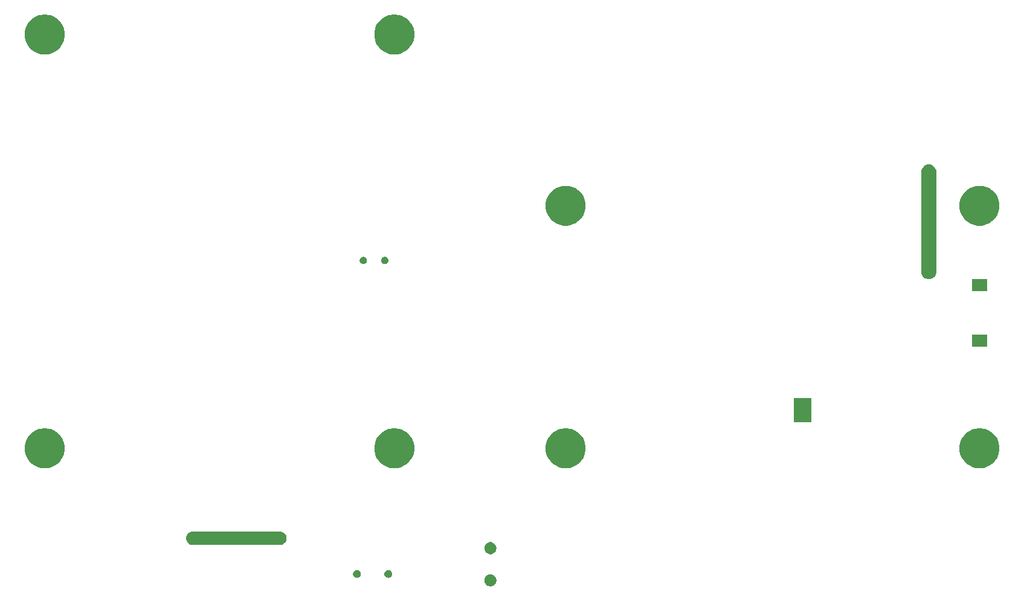
<source format=gbs>
G04 #@! TF.GenerationSoftware,KiCad,Pcbnew,5.0.2-bee76a0~70~ubuntu18.04.1*
G04 #@! TF.CreationDate,2018-12-05T23:11:17+03:00*
G04 #@! TF.ProjectId,AA-PI-Display-Board-NanoPiA64,41412d50-492d-4446-9973-706c61792d42,2.1*
G04 #@! TF.SameCoordinates,Original*
G04 #@! TF.FileFunction,Soldermask,Bot*
G04 #@! TF.FilePolarity,Negative*
%FSLAX46Y46*%
G04 Gerber Fmt 4.6, Leading zero omitted, Abs format (unit mm)*
G04 Created by KiCad (PCBNEW 5.0.2-bee76a0~70~ubuntu18.04.1) date Wed 05 Dec 2018 23:11:17 MSK*
%MOMM*%
%LPD*%
G01*
G04 APERTURE LIST*
%ADD10C,0.100000*%
G04 APERTURE END LIST*
D10*
G36*
X116998169Y-133881895D02*
X117153005Y-133946031D01*
X117292354Y-134039140D01*
X117410860Y-134157646D01*
X117503969Y-134296995D01*
X117568105Y-134451831D01*
X117600800Y-134616203D01*
X117600800Y-134783797D01*
X117568105Y-134948169D01*
X117503969Y-135103005D01*
X117410860Y-135242354D01*
X117292354Y-135360860D01*
X117153005Y-135453969D01*
X116998169Y-135518105D01*
X116833797Y-135550800D01*
X116666203Y-135550800D01*
X116501831Y-135518105D01*
X116346995Y-135453969D01*
X116207646Y-135360860D01*
X116089140Y-135242354D01*
X115996031Y-135103005D01*
X115931895Y-134948169D01*
X115899200Y-134783797D01*
X115899200Y-134616203D01*
X115931895Y-134451831D01*
X115996031Y-134296995D01*
X116089140Y-134157646D01*
X116207646Y-134039140D01*
X116346995Y-133946031D01*
X116501831Y-133881895D01*
X116666203Y-133849200D01*
X116833797Y-133849200D01*
X116998169Y-133881895D01*
X116998169Y-133881895D01*
G37*
G36*
X102539720Y-133256256D02*
X102610662Y-133270367D01*
X102710902Y-133311887D01*
X102800706Y-133371893D01*
X102801117Y-133372168D01*
X102877832Y-133448883D01*
X102877834Y-133448886D01*
X102938113Y-133539098D01*
X102979633Y-133639338D01*
X103000800Y-133745751D01*
X103000800Y-133854249D01*
X102979633Y-133960662D01*
X102938113Y-134060902D01*
X102878107Y-134150706D01*
X102877832Y-134151117D01*
X102801117Y-134227832D01*
X102801114Y-134227834D01*
X102710902Y-134288113D01*
X102610662Y-134329633D01*
X102539720Y-134343744D01*
X102504250Y-134350800D01*
X102395750Y-134350800D01*
X102360280Y-134343744D01*
X102289338Y-134329633D01*
X102189098Y-134288113D01*
X102098886Y-134227834D01*
X102098883Y-134227832D01*
X102022168Y-134151117D01*
X102021893Y-134150706D01*
X101961887Y-134060902D01*
X101920367Y-133960662D01*
X101899200Y-133854249D01*
X101899200Y-133745751D01*
X101920367Y-133639338D01*
X101961887Y-133539098D01*
X102022166Y-133448886D01*
X102022168Y-133448883D01*
X102098883Y-133372168D01*
X102099294Y-133371893D01*
X102189098Y-133311887D01*
X102289338Y-133270367D01*
X102360280Y-133256256D01*
X102395750Y-133249200D01*
X102504250Y-133249200D01*
X102539720Y-133256256D01*
X102539720Y-133256256D01*
G37*
G36*
X98139720Y-133256256D02*
X98210662Y-133270367D01*
X98310902Y-133311887D01*
X98400706Y-133371893D01*
X98401117Y-133372168D01*
X98477832Y-133448883D01*
X98477834Y-133448886D01*
X98538113Y-133539098D01*
X98579633Y-133639338D01*
X98600800Y-133745751D01*
X98600800Y-133854249D01*
X98579633Y-133960662D01*
X98538113Y-134060902D01*
X98478107Y-134150706D01*
X98477832Y-134151117D01*
X98401117Y-134227832D01*
X98401114Y-134227834D01*
X98310902Y-134288113D01*
X98210662Y-134329633D01*
X98139720Y-134343744D01*
X98104250Y-134350800D01*
X97995750Y-134350800D01*
X97960280Y-134343744D01*
X97889338Y-134329633D01*
X97789098Y-134288113D01*
X97698886Y-134227834D01*
X97698883Y-134227832D01*
X97622168Y-134151117D01*
X97621893Y-134150706D01*
X97561887Y-134060902D01*
X97520367Y-133960662D01*
X97499200Y-133854249D01*
X97499200Y-133745751D01*
X97520367Y-133639338D01*
X97561887Y-133539098D01*
X97622166Y-133448886D01*
X97622168Y-133448883D01*
X97698883Y-133372168D01*
X97699294Y-133371893D01*
X97789098Y-133311887D01*
X97889338Y-133270367D01*
X97960280Y-133256256D01*
X97995750Y-133249200D01*
X98104250Y-133249200D01*
X98139720Y-133256256D01*
X98139720Y-133256256D01*
G37*
G36*
X116998169Y-129381895D02*
X117153005Y-129446031D01*
X117292354Y-129539140D01*
X117410860Y-129657646D01*
X117503969Y-129796995D01*
X117568105Y-129951831D01*
X117600800Y-130116203D01*
X117600800Y-130283797D01*
X117568105Y-130448169D01*
X117503969Y-130603005D01*
X117410860Y-130742354D01*
X117292354Y-130860860D01*
X117153005Y-130953969D01*
X116998169Y-131018105D01*
X116833797Y-131050800D01*
X116666203Y-131050800D01*
X116501831Y-131018105D01*
X116346995Y-130953969D01*
X116207646Y-130860860D01*
X116089140Y-130742354D01*
X115996031Y-130603005D01*
X115931895Y-130448169D01*
X115899200Y-130283797D01*
X115899200Y-130116203D01*
X115931895Y-129951831D01*
X115996031Y-129796995D01*
X116089140Y-129657646D01*
X116207646Y-129539140D01*
X116346995Y-129446031D01*
X116501831Y-129381895D01*
X116666203Y-129349200D01*
X116833797Y-129349200D01*
X116998169Y-129381895D01*
X116998169Y-129381895D01*
G37*
G36*
X87436391Y-127872957D02*
X87615616Y-127927325D01*
X87780792Y-128015613D01*
X87925570Y-128134430D01*
X88044387Y-128279208D01*
X88132675Y-128444384D01*
X88187043Y-128623609D01*
X88205400Y-128810000D01*
X88187043Y-128996391D01*
X88132675Y-129175616D01*
X88044387Y-129340792D01*
X87925570Y-129485570D01*
X87780792Y-129604387D01*
X87615616Y-129692675D01*
X87436391Y-129747043D01*
X87296708Y-129760800D01*
X75003292Y-129760800D01*
X74863609Y-129747043D01*
X74684384Y-129692675D01*
X74519208Y-129604387D01*
X74374430Y-129485570D01*
X74255613Y-129340792D01*
X74167325Y-129175616D01*
X74112957Y-128996391D01*
X74094600Y-128810000D01*
X74112957Y-128623609D01*
X74167325Y-128444384D01*
X74255613Y-128279208D01*
X74374430Y-128134430D01*
X74519208Y-128015613D01*
X74684384Y-127927325D01*
X74863609Y-127872957D01*
X75003292Y-127859200D01*
X87296708Y-127859200D01*
X87436391Y-127872957D01*
X87436391Y-127872957D01*
G37*
G36*
X103846253Y-113453801D02*
X104116730Y-113507602D01*
X104327799Y-113595030D01*
X104626296Y-113718671D01*
X105084899Y-114025100D01*
X105474900Y-114415101D01*
X105781329Y-114873704D01*
X105992398Y-115383271D01*
X106100000Y-115924223D01*
X106100000Y-116475777D01*
X105992398Y-117016729D01*
X105781329Y-117526296D01*
X105474900Y-117984899D01*
X105084899Y-118374900D01*
X104626296Y-118681329D01*
X104327799Y-118804970D01*
X104116730Y-118892398D01*
X103846253Y-118946199D01*
X103575777Y-119000000D01*
X103024223Y-119000000D01*
X102753747Y-118946199D01*
X102483270Y-118892398D01*
X102272201Y-118804970D01*
X101973704Y-118681329D01*
X101515101Y-118374900D01*
X101125100Y-117984899D01*
X100818671Y-117526296D01*
X100607602Y-117016729D01*
X100500000Y-116475777D01*
X100500000Y-115924223D01*
X100607602Y-115383271D01*
X100818671Y-114873704D01*
X101125100Y-114415101D01*
X101515101Y-114025100D01*
X101973704Y-113718671D01*
X102272201Y-113595030D01*
X102483270Y-113507602D01*
X102753747Y-113453801D01*
X103024223Y-113400000D01*
X103575777Y-113400000D01*
X103846253Y-113453801D01*
X103846253Y-113453801D01*
G37*
G36*
X127846253Y-113453801D02*
X128116730Y-113507602D01*
X128327799Y-113595030D01*
X128626296Y-113718671D01*
X129084899Y-114025100D01*
X129474900Y-114415101D01*
X129781329Y-114873704D01*
X129992398Y-115383271D01*
X130100000Y-115924223D01*
X130100000Y-116475777D01*
X129992398Y-117016729D01*
X129781329Y-117526296D01*
X129474900Y-117984899D01*
X129084899Y-118374900D01*
X128626296Y-118681329D01*
X128327799Y-118804970D01*
X128116730Y-118892398D01*
X127846253Y-118946199D01*
X127575777Y-119000000D01*
X127024223Y-119000000D01*
X126753747Y-118946199D01*
X126483270Y-118892398D01*
X126272201Y-118804970D01*
X125973704Y-118681329D01*
X125515101Y-118374900D01*
X125125100Y-117984899D01*
X124818671Y-117526296D01*
X124607602Y-117016729D01*
X124500000Y-116475777D01*
X124500000Y-115924223D01*
X124607602Y-115383271D01*
X124818671Y-114873704D01*
X125125100Y-114415101D01*
X125515101Y-114025100D01*
X125973704Y-113718671D01*
X126272201Y-113595030D01*
X126483270Y-113507602D01*
X126753747Y-113453801D01*
X127024223Y-113400000D01*
X127575777Y-113400000D01*
X127846253Y-113453801D01*
X127846253Y-113453801D01*
G37*
G36*
X185846253Y-113453801D02*
X186116730Y-113507602D01*
X186327799Y-113595030D01*
X186626296Y-113718671D01*
X187084899Y-114025100D01*
X187474900Y-114415101D01*
X187781329Y-114873704D01*
X187992398Y-115383271D01*
X188100000Y-115924223D01*
X188100000Y-116475777D01*
X187992398Y-117016729D01*
X187781329Y-117526296D01*
X187474900Y-117984899D01*
X187084899Y-118374900D01*
X186626296Y-118681329D01*
X186327799Y-118804970D01*
X186116730Y-118892398D01*
X185846253Y-118946199D01*
X185575777Y-119000000D01*
X185024223Y-119000000D01*
X184753747Y-118946199D01*
X184483270Y-118892398D01*
X184272201Y-118804970D01*
X183973704Y-118681329D01*
X183515101Y-118374900D01*
X183125100Y-117984899D01*
X182818671Y-117526296D01*
X182607602Y-117016729D01*
X182500000Y-116475777D01*
X182500000Y-115924223D01*
X182607602Y-115383271D01*
X182818671Y-114873704D01*
X183125100Y-114415101D01*
X183515101Y-114025100D01*
X183973704Y-113718671D01*
X184272201Y-113595030D01*
X184483270Y-113507602D01*
X184753747Y-113453801D01*
X185024223Y-113400000D01*
X185575777Y-113400000D01*
X185846253Y-113453801D01*
X185846253Y-113453801D01*
G37*
G36*
X54846253Y-113453801D02*
X55116730Y-113507602D01*
X55327799Y-113595030D01*
X55626296Y-113718671D01*
X56084899Y-114025100D01*
X56474900Y-114415101D01*
X56781329Y-114873704D01*
X56992398Y-115383271D01*
X57100000Y-115924223D01*
X57100000Y-116475777D01*
X56992398Y-117016729D01*
X56781329Y-117526296D01*
X56474900Y-117984899D01*
X56084899Y-118374900D01*
X55626296Y-118681329D01*
X55327799Y-118804970D01*
X55116730Y-118892398D01*
X54846253Y-118946199D01*
X54575777Y-119000000D01*
X54024223Y-119000000D01*
X53753747Y-118946199D01*
X53483270Y-118892398D01*
X53272201Y-118804970D01*
X52973704Y-118681329D01*
X52515101Y-118374900D01*
X52125100Y-117984899D01*
X51818671Y-117526296D01*
X51607602Y-117016729D01*
X51500000Y-116475777D01*
X51500000Y-115924223D01*
X51607602Y-115383271D01*
X51818671Y-114873704D01*
X52125100Y-114415101D01*
X52515101Y-114025100D01*
X52973704Y-113718671D01*
X53272201Y-113595030D01*
X53483270Y-113507602D01*
X53753747Y-113453801D01*
X54024223Y-113400000D01*
X54575777Y-113400000D01*
X54846253Y-113453801D01*
X54846253Y-113453801D01*
G37*
G36*
X161775800Y-112567800D02*
X159264200Y-112567800D01*
X159264200Y-109176200D01*
X161775800Y-109176200D01*
X161775800Y-112567800D01*
X161775800Y-112567800D01*
G37*
G36*
X186400800Y-101950800D02*
X184299200Y-101950800D01*
X184299200Y-100249200D01*
X186400800Y-100249200D01*
X186400800Y-101950800D01*
X186400800Y-101950800D01*
G37*
G36*
X186400800Y-94150800D02*
X184299200Y-94150800D01*
X184299200Y-92449200D01*
X186400800Y-92449200D01*
X186400800Y-94150800D01*
X186400800Y-94150800D01*
G37*
G36*
X178405990Y-76414404D02*
X178604069Y-76474490D01*
X178689806Y-76520318D01*
X178786618Y-76572065D01*
X178946623Y-76703377D01*
X178946624Y-76703379D01*
X178946626Y-76703380D01*
X179045107Y-76823381D01*
X179077935Y-76863382D01*
X179123354Y-76948355D01*
X179175510Y-77045930D01*
X179235596Y-77244009D01*
X179250800Y-77398379D01*
X179250800Y-91501621D01*
X179235596Y-91655991D01*
X179175510Y-91854070D01*
X179123354Y-91951645D01*
X179077935Y-92036618D01*
X178946623Y-92196623D01*
X178786618Y-92327935D01*
X178701645Y-92373354D01*
X178604070Y-92425510D01*
X178405991Y-92485596D01*
X178200000Y-92505884D01*
X177994010Y-92485596D01*
X177795931Y-92425510D01*
X177698356Y-92373354D01*
X177613383Y-92327935D01*
X177453378Y-92196623D01*
X177322066Y-92036618D01*
X177276647Y-91951645D01*
X177224491Y-91854070D01*
X177164405Y-91655991D01*
X177149201Y-91501621D01*
X177149200Y-77398380D01*
X177164404Y-77244010D01*
X177224490Y-77045931D01*
X177270318Y-76960194D01*
X177322065Y-76863382D01*
X177453377Y-76703377D01*
X177453379Y-76703376D01*
X177453380Y-76703374D01*
X177613381Y-76572066D01*
X177613380Y-76572066D01*
X177613382Y-76572065D01*
X177698355Y-76526646D01*
X177795930Y-76474490D01*
X177994009Y-76414404D01*
X178200000Y-76394116D01*
X178405990Y-76414404D01*
X178405990Y-76414404D01*
G37*
G36*
X102096077Y-89368445D02*
X102187216Y-89406196D01*
X102187218Y-89406197D01*
X102268153Y-89460276D01*
X102269244Y-89461005D01*
X102338995Y-89530756D01*
X102393804Y-89612784D01*
X102431555Y-89703923D01*
X102450800Y-89800674D01*
X102450800Y-89899326D01*
X102431555Y-89996077D01*
X102393804Y-90087216D01*
X102338995Y-90169244D01*
X102269244Y-90238995D01*
X102269241Y-90238997D01*
X102187218Y-90293803D01*
X102187217Y-90293804D01*
X102187216Y-90293804D01*
X102096077Y-90331555D01*
X101999326Y-90350800D01*
X101900674Y-90350800D01*
X101803923Y-90331555D01*
X101712784Y-90293804D01*
X101712783Y-90293804D01*
X101712782Y-90293803D01*
X101630759Y-90238997D01*
X101630756Y-90238995D01*
X101561005Y-90169244D01*
X101506196Y-90087216D01*
X101468445Y-89996077D01*
X101449200Y-89899326D01*
X101449200Y-89800674D01*
X101468445Y-89703923D01*
X101506196Y-89612784D01*
X101561005Y-89530756D01*
X101630756Y-89461005D01*
X101631847Y-89460276D01*
X101712782Y-89406197D01*
X101712784Y-89406196D01*
X101803923Y-89368445D01*
X101900674Y-89349200D01*
X101999326Y-89349200D01*
X102096077Y-89368445D01*
X102096077Y-89368445D01*
G37*
G36*
X99096077Y-89368445D02*
X99187216Y-89406196D01*
X99187218Y-89406197D01*
X99268153Y-89460276D01*
X99269244Y-89461005D01*
X99338995Y-89530756D01*
X99393804Y-89612784D01*
X99431555Y-89703923D01*
X99450800Y-89800674D01*
X99450800Y-89899326D01*
X99431555Y-89996077D01*
X99393804Y-90087216D01*
X99338995Y-90169244D01*
X99269244Y-90238995D01*
X99269241Y-90238997D01*
X99187218Y-90293803D01*
X99187217Y-90293804D01*
X99187216Y-90293804D01*
X99096077Y-90331555D01*
X98999326Y-90350800D01*
X98900674Y-90350800D01*
X98803923Y-90331555D01*
X98712784Y-90293804D01*
X98712783Y-90293804D01*
X98712782Y-90293803D01*
X98630759Y-90238997D01*
X98630756Y-90238995D01*
X98561005Y-90169244D01*
X98506196Y-90087216D01*
X98468445Y-89996077D01*
X98449200Y-89899326D01*
X98449200Y-89800674D01*
X98468445Y-89703923D01*
X98506196Y-89612784D01*
X98561005Y-89530756D01*
X98630756Y-89461005D01*
X98631847Y-89460276D01*
X98712782Y-89406197D01*
X98712784Y-89406196D01*
X98803923Y-89368445D01*
X98900674Y-89349200D01*
X98999326Y-89349200D01*
X99096077Y-89368445D01*
X99096077Y-89368445D01*
G37*
G36*
X185846253Y-79453801D02*
X186116730Y-79507602D01*
X186327799Y-79595030D01*
X186626296Y-79718671D01*
X187084899Y-80025100D01*
X187474900Y-80415101D01*
X187781329Y-80873704D01*
X187992398Y-81383271D01*
X188100000Y-81924223D01*
X188100000Y-82475777D01*
X187992398Y-83016729D01*
X187781329Y-83526296D01*
X187474900Y-83984899D01*
X187084899Y-84374900D01*
X186626296Y-84681329D01*
X186327799Y-84804970D01*
X186116730Y-84892398D01*
X185846253Y-84946199D01*
X185575777Y-85000000D01*
X185024223Y-85000000D01*
X184753747Y-84946199D01*
X184483270Y-84892398D01*
X184272201Y-84804970D01*
X183973704Y-84681329D01*
X183515101Y-84374900D01*
X183125100Y-83984899D01*
X182818671Y-83526296D01*
X182607602Y-83016729D01*
X182500000Y-82475777D01*
X182500000Y-81924223D01*
X182607602Y-81383271D01*
X182818671Y-80873704D01*
X183125100Y-80415101D01*
X183515101Y-80025100D01*
X183973704Y-79718671D01*
X184272201Y-79595030D01*
X184483270Y-79507602D01*
X184753747Y-79453801D01*
X185024223Y-79400000D01*
X185575777Y-79400000D01*
X185846253Y-79453801D01*
X185846253Y-79453801D01*
G37*
G36*
X127846253Y-79453801D02*
X128116730Y-79507602D01*
X128327799Y-79595030D01*
X128626296Y-79718671D01*
X129084899Y-80025100D01*
X129474900Y-80415101D01*
X129781329Y-80873704D01*
X129992398Y-81383271D01*
X130100000Y-81924223D01*
X130100000Y-82475777D01*
X129992398Y-83016729D01*
X129781329Y-83526296D01*
X129474900Y-83984899D01*
X129084899Y-84374900D01*
X128626296Y-84681329D01*
X128327799Y-84804970D01*
X128116730Y-84892398D01*
X127846253Y-84946199D01*
X127575777Y-85000000D01*
X127024223Y-85000000D01*
X126753747Y-84946199D01*
X126483270Y-84892398D01*
X126272201Y-84804970D01*
X125973704Y-84681329D01*
X125515101Y-84374900D01*
X125125100Y-83984899D01*
X124818671Y-83526296D01*
X124607602Y-83016729D01*
X124500000Y-82475777D01*
X124500000Y-81924223D01*
X124607602Y-81383271D01*
X124818671Y-80873704D01*
X125125100Y-80415101D01*
X125515101Y-80025100D01*
X125973704Y-79718671D01*
X126272201Y-79595030D01*
X126483270Y-79507602D01*
X126753747Y-79453801D01*
X127024223Y-79400000D01*
X127575777Y-79400000D01*
X127846253Y-79453801D01*
X127846253Y-79453801D01*
G37*
G36*
X54846253Y-55453801D02*
X55116730Y-55507602D01*
X55327799Y-55595030D01*
X55626296Y-55718671D01*
X56084899Y-56025100D01*
X56474900Y-56415101D01*
X56781329Y-56873704D01*
X56992398Y-57383271D01*
X57100000Y-57924223D01*
X57100000Y-58475777D01*
X56992398Y-59016729D01*
X56781329Y-59526296D01*
X56474900Y-59984899D01*
X56084899Y-60374900D01*
X55626296Y-60681329D01*
X55327799Y-60804970D01*
X55116730Y-60892398D01*
X54846253Y-60946199D01*
X54575777Y-61000000D01*
X54024223Y-61000000D01*
X53753747Y-60946199D01*
X53483270Y-60892398D01*
X53272201Y-60804970D01*
X52973704Y-60681329D01*
X52515101Y-60374900D01*
X52125100Y-59984899D01*
X51818671Y-59526296D01*
X51607602Y-59016729D01*
X51500000Y-58475777D01*
X51500000Y-57924223D01*
X51607602Y-57383271D01*
X51818671Y-56873704D01*
X52125100Y-56415101D01*
X52515101Y-56025100D01*
X52973704Y-55718671D01*
X53272201Y-55595030D01*
X53483270Y-55507602D01*
X53753747Y-55453801D01*
X54024223Y-55400000D01*
X54575777Y-55400000D01*
X54846253Y-55453801D01*
X54846253Y-55453801D01*
G37*
G36*
X103846253Y-55453801D02*
X104116730Y-55507602D01*
X104327799Y-55595030D01*
X104626296Y-55718671D01*
X105084899Y-56025100D01*
X105474900Y-56415101D01*
X105781329Y-56873704D01*
X105992398Y-57383271D01*
X106100000Y-57924223D01*
X106100000Y-58475777D01*
X105992398Y-59016729D01*
X105781329Y-59526296D01*
X105474900Y-59984899D01*
X105084899Y-60374900D01*
X104626296Y-60681329D01*
X104327799Y-60804970D01*
X104116730Y-60892398D01*
X103846253Y-60946199D01*
X103575777Y-61000000D01*
X103024223Y-61000000D01*
X102753747Y-60946199D01*
X102483270Y-60892398D01*
X102272201Y-60804970D01*
X101973704Y-60681329D01*
X101515101Y-60374900D01*
X101125100Y-59984899D01*
X100818671Y-59526296D01*
X100607602Y-59016729D01*
X100500000Y-58475777D01*
X100500000Y-57924223D01*
X100607602Y-57383271D01*
X100818671Y-56873704D01*
X101125100Y-56415101D01*
X101515101Y-56025100D01*
X101973704Y-55718671D01*
X102272201Y-55595030D01*
X102483270Y-55507602D01*
X102753747Y-55453801D01*
X103024223Y-55400000D01*
X103575777Y-55400000D01*
X103846253Y-55453801D01*
X103846253Y-55453801D01*
G37*
M02*

</source>
